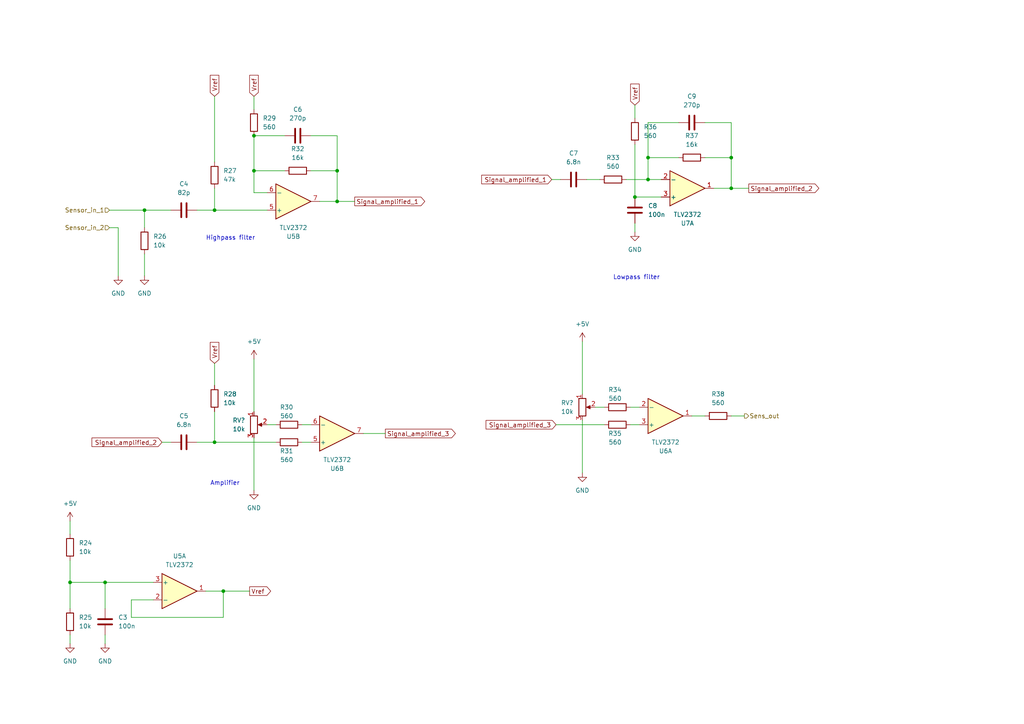
<source format=kicad_sch>
(kicad_sch (version 20230121) (generator eeschema)
  (paper "A4")
  (lib_symbols
    (symbol "Amplifier_Operational:TLV2372" (pin_names (offset 0.127))
      (property "Reference" "U" (at 0 5.08 0))
      (property "Value" "TLV2372" (at 0 -5.08 0))
      (symbol "TLV2372_1_1"
        (polyline (pts (xy -5.08 5.08) (xy 5.08 0) (xy -5.08 -5.08) (xy -5.08 5.08)) (stroke (width 0.254)) (fill (type background)))
        (pin output line (at 7.62 0 180) (length 2.54) (name "~") (number "1"))
        (pin input line (at -7.62 -2.54 0) (length 2.54) (name "-") (number "2"))
        (pin input line (at -7.62 2.54 0) (length 2.54) (name "+") (number "3"))
      )
      (symbol "TLV2372_2_1"
        (polyline (pts (xy -5.08 5.08) (xy 5.08 0) (xy -5.08 -5.08) (xy -5.08 5.08)) (stroke (width 0.254)) (fill (type background)))
        (pin input line (at -7.62 2.54 0) (length 2.54) (name "+") (number "5"))
        (pin input line (at -7.62 -2.54 0) (length 2.54) (name "-") (number "6"))
        (pin output line (at 7.62 0 180) (length 2.54) (name "~") (number "7"))
      )
      (symbol "TLV2372_3_1"
        (pin power_in line (at -2.54 -7.62 90) (length 3.81) (name "V-") (number "4"))
        (pin power_in line (at -2.54 7.62 270) (length 3.81) (name "V+") (number "8"))
      )
    )
    (symbol "Device:C" (pin_numbers hide) (pin_names (offset 0.254))
      (property "Reference" "C" (at 0.635 2.54 0))
      (property "Value" "C" (at 0.635 -2.54 0))
      (symbol "C_0_1"
        (polyline (pts (xy -2.032 -0.762) (xy 2.032 -0.762)) (stroke (width 0.508)))
        (polyline (pts (xy -2.032 0.762) (xy 2.032 0.762)) (stroke (width 0.508)))
      )
      (symbol "C_1_1"
        (pin passive line (at 0 3.81 270) (length 2.794) (name "~") (number "1"))
        (pin passive line (at 0 -3.81 90) (length 2.794) (name "~") (number "2"))
      )
    )
    (symbol "Device:R" (pin_numbers hide) (pin_names (offset 0))
      (property "Reference" "R" (at 2.032 0 90))
      (property "Value" "R" (at 0 0 90))
      (symbol "R_0_1"
        (rectangle (start -1.016 -2.54) (end 1.016 2.54) (stroke (width 0.254)))
      )
      (symbol "R_1_1"
        (pin passive line (at 0 3.81 270) (length 1.27) (name "~") (number "1"))
        (pin passive line (at 0 -3.81 90) (length 1.27) (name "~") (number "2"))
      )
    )
    (symbol "Device:R_Potentiometer" (pin_names (offset 1.016) hide)
      (property "Reference" "RV" (at -4.445 0 90))
      (property "Value" "R_Potentiometer" (at -2.54 0 90))
      (symbol "R_Potentiometer_0_1"
        (polyline (pts (xy 2.54 0) (xy 1.524 0)))
        (polyline (pts (xy 1.143 0) (xy 2.286 0.508) (xy 2.286 -0.508) (xy 1.143 0)) (fill (type outline)))
        (rectangle (start 1.016 2.54) (end -1.016 -2.54) (stroke (width 0.254)))
      )
      (symbol "R_Potentiometer_1_1"
        (pin passive line (at 0 3.81 270) (length 1.27) (name "1") (number "1"))
        (pin passive line (at 3.81 0 180) (length 1.27) (name "2") (number "2"))
        (pin passive line (at 0 -3.81 90) (length 1.27) (name "3") (number "3"))
      )
    )
    (symbol "power:+5V" (power) (pin_names (offset 0))
      (property "Value" "+5V" (at 0 3.556 0))
      (symbol "+5V_0_1"
        (polyline (pts (xy -0.762 1.27) (xy 0 2.54)))
        (polyline (pts (xy 0 0) (xy 0 2.54)))
        (polyline (pts (xy 0 2.54) (xy 0.762 1.27)))
      )
      (symbol "+5V_1_1"
        (pin power_in line (at 0 0 90) (length 0) hide (name "+5V") (number "1"))
      )
    )
    (symbol "power:GND" (power) (pin_names (offset 0))
      (property "Value" "GND" (at 0 -3.81 0))
      (symbol "GND_0_1"
        (polyline (pts (xy 0 0) (xy 0 -1.27) (xy 1.27 -1.27) (xy 0 -2.54) (xy -1.27 -1.27) (xy 0 -1.27)))
      )
      (symbol "GND_1_1"
        (pin power_in line (at 0 0 270) (length 0) hide (name "GND") (number "1"))
      )
    )
  )
  (junction (at 20.32 168.91))
  (junction (at 187.96 45.72))
  (junction (at 62.23 128.27))
  (junction (at 73.66 39.37))
  (junction (at 97.79 49.53))
  (junction (at 187.96 52.07))
  (junction (at 212.09 54.61))
  (junction (at 64.77 171.45))
  (junction (at 30.48 168.91))
  (junction (at 73.66 49.53))
  (junction (at 184.15 57.15))
  (junction (at 62.23 60.96))
  (junction (at 41.91 60.96))
  (junction (at 212.09 45.72))
  (junction (at 97.79 58.42))
  (wire (pts (xy 73.66 55.88) (xy 73.66 49.53)))
  (wire (pts (xy 90.17 49.53) (xy 97.79 49.53)))
  (wire (pts (xy 41.91 66.04) (xy 41.91 60.96)))
  (wire (pts (xy 187.96 45.72) (xy 187.96 35.56)))
  (wire (pts (xy 20.32 184.15) (xy 20.32 186.69)))
  (wire (pts (xy 38.1 173.99) (xy 38.1 179.07)))
  (wire (pts (xy 34.29 66.04) (xy 34.29 80.01)))
  (wire (pts (xy 46.99 128.27) (xy 49.53 128.27)))
  (wire (pts (xy 184.15 41.91) (xy 184.15 57.15)))
  (wire (pts (xy 30.48 168.91) (xy 44.45 168.91)))
  (wire (pts (xy 20.32 168.91) (xy 20.32 176.53)))
  (wire (pts (xy 184.15 30.48) (xy 184.15 34.29)))
  (wire (pts (xy 181.61 52.07) (xy 187.96 52.07)))
  (wire (pts (xy 182.88 123.19) (xy 185.42 123.19)))
  (wire (pts (xy 64.77 179.07) (xy 64.77 171.45)))
  (wire (pts (xy 105.41 125.73) (xy 111.76 125.73)))
  (wire (pts (xy 191.77 52.07) (xy 187.96 52.07)))
  (wire (pts (xy 57.15 128.27) (xy 62.23 128.27)))
  (wire (pts (xy 20.32 151.13) (xy 20.32 154.94)))
  (wire (pts (xy 187.96 45.72) (xy 196.85 45.72)))
  (wire (pts (xy 212.09 45.72) (xy 212.09 35.56)))
  (wire (pts (xy 160.02 52.07) (xy 162.56 52.07)))
  (wire (pts (xy 30.48 184.15) (xy 30.48 186.69)))
  (wire (pts (xy 62.23 119.38) (xy 62.23 128.27)))
  (wire (pts (xy 97.79 58.42) (xy 92.71 58.42)))
  (wire (pts (xy 64.77 171.45) (xy 72.39 171.45)))
  (wire (pts (xy 204.47 45.72) (xy 212.09 45.72)))
  (wire (pts (xy 82.55 39.37) (xy 73.66 39.37)))
  (wire (pts (xy 62.23 54.61) (xy 62.23 60.96)))
  (wire (pts (xy 62.23 105.41) (xy 62.23 111.76)))
  (wire (pts (xy 80.01 128.27) (xy 62.23 128.27)))
  (wire (pts (xy 77.47 55.88) (xy 73.66 55.88)))
  (wire (pts (xy 184.15 57.15) (xy 191.77 57.15)))
  (wire (pts (xy 184.15 64.77) (xy 184.15 67.31)))
  (wire (pts (xy 187.96 52.07) (xy 187.96 45.72)))
  (wire (pts (xy 34.29 66.04) (xy 31.75 66.04)))
  (wire (pts (xy 215.9 120.65) (xy 212.09 120.65)))
  (wire (pts (xy 168.91 99.06) (xy 168.91 114.3)))
  (wire (pts (xy 212.09 54.61) (xy 207.01 54.61)))
  (wire (pts (xy 73.66 49.53) (xy 82.55 49.53)))
  (wire (pts (xy 87.63 128.27) (xy 90.17 128.27)))
  (wire (pts (xy 170.18 52.07) (xy 173.99 52.07)))
  (wire (pts (xy 212.09 45.72) (xy 212.09 54.61)))
  (wire (pts (xy 168.91 121.92) (xy 168.91 137.16)))
  (wire (pts (xy 73.66 27.94) (xy 73.66 31.75)))
  (wire (pts (xy 41.91 73.66) (xy 41.91 80.01)))
  (wire (pts (xy 62.23 60.96) (xy 77.47 60.96)))
  (wire (pts (xy 90.17 39.37) (xy 97.79 39.37)))
  (wire (pts (xy 64.77 171.45) (xy 59.69 171.45)))
  (wire (pts (xy 87.63 123.19) (xy 90.17 123.19)))
  (wire (pts (xy 20.32 168.91) (xy 30.48 168.91)))
  (wire (pts (xy 38.1 179.07) (xy 64.77 179.07)))
  (wire (pts (xy 30.48 168.91) (xy 30.48 176.53)))
  (wire (pts (xy 97.79 58.42) (xy 102.87 58.42)))
  (wire (pts (xy 20.32 162.56) (xy 20.32 168.91)))
  (wire (pts (xy 172.72 118.11) (xy 175.26 118.11)))
  (wire (pts (xy 161.29 123.19) (xy 175.26 123.19)))
  (wire (pts (xy 212.09 54.61) (xy 217.17 54.61)))
  (wire (pts (xy 182.88 118.11) (xy 185.42 118.11)))
  (wire (pts (xy 97.79 49.53) (xy 97.79 58.42)))
  (wire (pts (xy 41.91 60.96) (xy 31.75 60.96)))
  (wire (pts (xy 73.66 127) (xy 73.66 142.24)))
  (wire (pts (xy 41.91 60.96) (xy 49.53 60.96)))
  (wire (pts (xy 62.23 27.94) (xy 62.23 46.99)))
  (wire (pts (xy 57.15 60.96) (xy 62.23 60.96)))
  (wire (pts (xy 73.66 104.14) (xy 73.66 119.38)))
  (wire (pts (xy 200.66 120.65) (xy 204.47 120.65)))
  (wire (pts (xy 204.47 35.56) (xy 212.09 35.56)))
  (wire (pts (xy 38.1 173.99) (xy 44.45 173.99)))
  (wire (pts (xy 196.85 35.56) (xy 187.96 35.56)))
  (wire (pts (xy 97.79 49.53) (xy 97.79 39.37)))
  (wire (pts (xy 77.47 123.19) (xy 80.01 123.19)))
  (wire (pts (xy 73.66 49.53) (xy 73.66 39.37)))
  (text "Amplifier" (at 60.96 140.97 0) (effects (font (size 1.27 1.27)) (justify left bottom)))
  (text "Lowpass filter" (at 177.8 81.28 0) (effects (font (size 1.27 1.27)) (justify left bottom)))
  (text "Highpass filter" (at 59.69 69.85 0) (effects (font (size 1.27 1.27)) (justify left bottom)))
  (global_label "Signal_amplified_1" (shape output) (at 102.87 58.42 0) (property "Intersheetrefs" "${INTERSHEET_REFS}" (effects hide)))
  (global_label "Signal_amplified_2" (shape output) (at 217.17 54.61 0) (property "Intersheetrefs" "${INTERSHEET_REFS}" (effects hide)))
  (global_label "Signal_amplified_2" (shape input) (at 46.99 128.27 180) (property "Intersheetrefs" "${INTERSHEET_REFS}" (effects hide)))
  (global_label "Signal_amplified_1" (shape input) (at 160.02 52.07 180) (property "Intersheetrefs" "${INTERSHEET_REFS}" (effects hide)))
  (global_label "Signal_amplified_3" (shape output) (at 111.76 125.73 0) (property "Intersheetrefs" "${INTERSHEET_REFS}" (effects hide)))
  (global_label "Vref" (shape input) (at 184.15 30.48 90) (property "Intersheetrefs" "${INTERSHEET_REFS}" (effects hide)))
  (global_label "Vref" (shape output) (at 72.39 171.45 0) (property "Intersheetrefs" "${INTERSHEET_REFS}" (effects hide)))
  (global_label "Signal_amplified_3" (shape input) (at 161.29 123.19 180) (property "Intersheetrefs" "${INTERSHEET_REFS}" (effects hide)))
  (global_label "Vref" (shape input) (at 62.23 105.41 90) (property "Intersheetrefs" "${INTERSHEET_REFS}" (effects hide)))
  (global_label "Vref" (shape input) (at 73.66 27.94 90) (property "Intersheetrefs" "${INTERSHEET_REFS}" (effects hide)))
  (global_label "Vref" (shape input) (at 62.23 27.94 90) (property "Intersheetrefs" "${INTERSHEET_REFS}" (effects hide)))
  (hierarchical_label "Sens_out" (shape output) (at 215.9 120.65 0))
  (hierarchical_label "Sensor_in_1" (shape input) (at 31.75 60.96 180))
  (hierarchical_label "Sensor_in_2" (shape input) (at 31.75 66.04 180))
  (symbol (lib_id "power:GND") (at 168.91 137.16 0) (unit 1)
    (property "Reference" "#PWR031" (effects hide))
    (property "Value" "GND" (at 168.91 142.24 0))
  )
  (symbol (lib_id "Device:R_Potentiometer") (at 73.66 123.19 0) (unit 1)
    (property "Reference" "RV?" (at 71.12 121.92 0) (effects (justify right)))
    (property "Value" "10k" (at 71.12 124.46 0) (effects (justify right)))
    (instances (project "MO6_UltrasonicDistanceSensor" (path "" (reference "RV?") (unit 1)) (path "" (reference "RV2") (unit 1))))
  )
  (symbol (lib_id "Device:R") (at 184.15 38.1 0) (unit 1)
    (property "Reference" "R36" (at 186.69 36.83 0) (effects (justify left)))
    (property "Value" "560" (at 186.69 39.37 0) (effects (justify left)))
  )
  (symbol (lib_id "power:GND") (at 34.29 80.01 0) (unit 1)
    (property "Reference" "#PWR026" (effects hide))
    (property "Value" "GND" (at 34.29 85.09 0))
  )
  (symbol (lib_id "power:GND") (at 184.15 67.31 0) (unit 1)
    (property "Reference" "#PWR032" (effects hide))
    (property "Value" "GND" (at 184.15 72.39 0))
  )
  (symbol (lib_id "power:+5V") (at 168.91 99.06 0) (unit 1)
    (property "Reference" "#PWR030" (effects hide))
    (property "Value" "+5V" (at 168.91 93.98 0))
  )
  (symbol (lib_id "power:GND") (at 73.66 142.24 0) (unit 1)
    (property "Reference" "#PWR029" (effects hide))
    (property "Value" "GND" (at 73.66 147.32 0))
  )
  (symbol (lib_id "Amplifier_Operational:TLV2372") (at 85.09 58.42 0) (mirror x) (unit 2)
    (property "Reference" "U5" (at 85.09 68.58 0))
    (property "Value" "TLV2372" (at 85.09 66.04 0))
    (property "Datasheet" "http://www.ti.com/lit/ds/symlink/tlv2375.pdf" (effects hide))
  )
  (symbol (lib_id "Device:R") (at 73.66 35.56 0) (unit 1)
    (property "Reference" "R29" (at 76.2 34.29 0) (effects (justify left)))
    (property "Value" "560" (at 76.2 36.83 0) (effects (justify left)))
  )
  (symbol (lib_id "Amplifier_Operational:TLV2372") (at 341.63 125.73 0) (unit 3)
    (property "Reference" "U6" (at 340.36 124.46 0) (effects (justify left)))
    (property "Value" "TLV2372" (at 340.36 127 0) (effects (justify left)))
    (property "Datasheet" "http://www.ti.com/lit/ds/symlink/tlv2375.pdf" (effects hide))
  )
  (symbol (lib_id "Device:C") (at 53.34 60.96 90) (unit 1)
    (property "Reference" "C4" (at 53.34 53.34 90))
    (property "Value" "82p" (at 53.34 55.88 90))
  )
  (symbol (lib_id "Device:R") (at 41.91 69.85 0) (unit 1)
    (property "Reference" "R26" (at 44.45 68.58 0) (effects (justify left)))
    (property "Value" "10k" (at 44.45 71.12 0) (effects (justify left)))
  )
  (symbol (lib_id "Device:R_Potentiometer") (at 168.91 118.11 0) (unit 1)
    (property "Reference" "RV?" (at 166.37 116.84 0) (effects (justify right)))
    (property "Value" "10k" (at 166.37 119.38 0) (effects (justify right)))
    (instances (project "MO6_UltrasonicDistanceSensor" (path "" (reference "RV?") (unit 1)) (path "" (reference "RV3") (unit 1))))
  )
  (symbol (lib_id "Device:R") (at 83.82 128.27 90) (unit 1)
    (property "Reference" "R31" (at 85.09 130.81 90) (effects (justify left)))
    (property "Value" "560" (at 85.09 133.35 90) (effects (justify left)))
  )
  (symbol (lib_id "Device:R") (at 20.32 180.34 0) (unit 1)
    (property "Reference" "R25" (at 22.86 179.07 0) (effects (justify left)))
    (property "Value" "10k" (at 22.86 181.61 0) (effects (justify left)))
  )
  (symbol (lib_id "Device:R") (at 62.23 115.57 0) (unit 1)
    (property "Reference" "R28" (at 64.77 114.3 0) (effects (justify left)))
    (property "Value" "10k" (at 64.77 116.84 0) (effects (justify left)))
  )
  (symbol (lib_id "Amplifier_Operational:TLV2372") (at 382.27 124.46 0) (unit 3)
    (property "Reference" "U7" (at 381 123.19 0) (effects (justify left)))
    (property "Value" "TLV2372" (at 381 125.73 0) (effects (justify left)))
    (property "Datasheet" "http://www.ti.com/lit/ds/symlink/tlv2375.pdf" (effects hide))
  )
  (symbol (lib_id "Amplifier_Operational:TLV2372") (at 97.79 125.73 0) (mirror x) (unit 2)
    (property "Reference" "U6" (at 97.79 135.89 0))
    (property "Value" "TLV2372" (at 97.79 133.35 0))
    (property "Datasheet" "http://www.ti.com/lit/ds/symlink/tlv2375.pdf" (effects hide))
  )
  (symbol (lib_id "Amplifier_Operational:TLV2372") (at 52.07 171.45 0) (unit 1)
    (property "Reference" "U5" (at 52.07 161.29 0))
    (property "Value" "TLV2372" (at 52.07 163.83 0))
    (property "Datasheet" "http://www.ti.com/lit/ds/symlink/tlv2375.pdf" (effects hide))
  )
  (symbol (lib_id "power:GND") (at 30.48 186.69 0) (unit 1)
    (property "Reference" "#PWR025" (effects hide))
    (property "Value" "GND" (at 30.48 191.77 0))
  )
  (symbol (lib_id "Device:R") (at 179.07 118.11 90) (unit 1)
    (property "Reference" "R34" (at 180.34 113.03 90) (effects (justify left)))
    (property "Value" "560" (at 180.34 115.57 90) (effects (justify left)))
  )
  (symbol (lib_id "Device:R") (at 200.66 45.72 90) (unit 1)
    (property "Reference" "R37" (at 200.66 39.37 90))
    (property "Value" "16k" (at 200.66 41.91 90))
  )
  (symbol (lib_id "Device:R") (at 62.23 50.8 0) (unit 1)
    (property "Reference" "R27" (at 64.77 49.53 0) (effects (justify left)))
    (property "Value" "47k" (at 64.77 52.07 0) (effects (justify left)))
  )
  (symbol (lib_id "Device:R") (at 83.82 123.19 90) (unit 1)
    (property "Reference" "R30" (at 85.09 118.11 90) (effects (justify left)))
    (property "Value" "560" (at 85.09 120.65 90) (effects (justify left)))
  )
  (symbol (lib_id "Device:C") (at 184.15 60.96 180) (unit 1)
    (property "Reference" "C8" (at 187.96 59.69 0) (effects (justify right)))
    (property "Value" "100n" (at 187.96 62.23 0) (effects (justify right)))
  )
  (symbol (lib_id "Amplifier_Operational:TLV2372") (at 193.04 120.65 0) (mirror x) (unit 1)
    (property "Reference" "U6" (at 193.04 130.81 0))
    (property "Value" "TLV2372" (at 193.04 128.27 0))
    (property "Datasheet" "http://www.ti.com/lit/ds/symlink/tlv2375.pdf" (effects hide))
  )
  (symbol (lib_id "Device:R") (at 177.8 52.07 90) (unit 1)
    (property "Reference" "R33" (at 177.8 45.72 90))
    (property "Value" "560" (at 177.8 48.26 90))
  )
  (symbol (lib_id "Device:C") (at 30.48 180.34 0) (unit 1)
    (property "Reference" "C3" (at 34.29 179.07 0) (effects (justify left)))
    (property "Value" "100n" (at 34.29 181.61 0) (effects (justify left)))
  )
  (symbol (lib_id "Device:C") (at 166.37 52.07 90) (unit 1)
    (property "Reference" "C7" (at 166.37 44.45 90))
    (property "Value" "6.8n" (at 166.37 46.99 90))
  )
  (symbol (lib_id "power:GND") (at 41.91 80.01 0) (unit 1)
    (property "Reference" "#PWR027" (effects hide))
    (property "Value" "GND" (at 41.91 85.09 0))
  )
  (symbol (lib_id "Device:R") (at 86.36 49.53 90) (unit 1)
    (property "Reference" "R32" (at 86.36 43.18 90))
    (property "Value" "16k" (at 86.36 45.72 90))
  )
  (symbol (lib_id "Amplifier_Operational:TLV2372") (at 199.39 54.61 0) (mirror x) (unit 1)
    (property "Reference" "U7" (at 199.39 64.77 0))
    (property "Value" "TLV2372" (at 199.39 62.23 0))
    (property "Datasheet" "http://www.ti.com/lit/ds/symlink/tlv2375.pdf" (effects hide))
  )
  (symbol (lib_id "Device:R") (at 208.28 120.65 90) (unit 1)
    (property "Reference" "R38" (at 208.28 114.3 90))
    (property "Value" "560" (at 208.28 116.84 90))
  )
  (symbol (lib_id "power:GND") (at 20.32 186.69 0) (unit 1)
    (property "Reference" "#PWR024" (effects hide))
    (property "Value" "GND" (at 20.32 191.77 0))
  )
  (symbol (lib_id "Device:R") (at 179.07 123.19 90) (unit 1)
    (property "Reference" "R35" (at 180.34 125.73 90) (effects (justify left)))
    (property "Value" "560" (at 180.34 128.27 90) (effects (justify left)))
  )
  (symbol (lib_id "Device:R") (at 20.32 158.75 0) (unit 1)
    (property "Reference" "R24" (at 22.86 157.48 0) (effects (justify left)))
    (property "Value" "10k" (at 22.86 160.02 0) (effects (justify left)))
  )
  (symbol (lib_id "Device:C") (at 200.66 35.56 90) (unit 1)
    (property "Reference" "C9" (at 200.66 27.94 90))
    (property "Value" "270p" (at 200.66 30.48 90))
  )
  (symbol (lib_id "power:+5V") (at 73.66 104.14 0) (unit 1)
    (property "Reference" "#PWR028" (effects hide))
    (property "Value" "+5V" (at 73.66 99.06 0))
  )
  (symbol (lib_id "Amplifier_Operational:TLV2372") (at 330.2 123.19 0) (unit 3)
    (property "Reference" "U5" (at 328.93 121.92 0) (effects (justify left)))
    (property "Value" "TLV2372" (at 328.93 124.46 0) (effects (justify left)))
    (property "Datasheet" "http://www.ti.com/lit/ds/symlink/tlv2375.pdf" (effects hide))
  )
  (symbol (lib_id "Device:C") (at 53.34 128.27 90) (unit 1)
    (property "Reference" "C5" (at 53.34 120.65 90))
    (property "Value" "6.8n" (at 53.34 123.19 90))
  )
  (symbol (lib_id "Device:C") (at 86.36 39.37 90) (unit 1)
    (property "Reference" "C6" (at 86.36 31.75 90))
    (property "Value" "270p" (at 86.36 34.29 90))
  )
  (symbol (lib_id "power:+5V") (at 20.32 151.13 0) (unit 1)
    (property "Reference" "#PWR023" (effects hide))
    (property "Value" "+5V" (at 20.32 146.05 0))
  )
)
</source>
